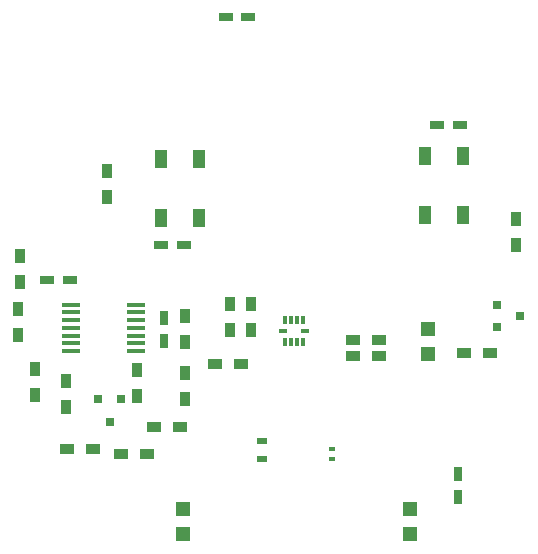
<source format=gbr>
G04 #@! TF.FileFunction,Paste,Top*
%FSLAX46Y46*%
G04 Gerber Fmt 4.6, Leading zero omitted, Abs format (unit mm)*
G04 Created by KiCad (PCBNEW 4.0.2-stable) date 7/7/2016 4:53:19 PM*
%MOMM*%
G01*
G04 APERTURE LIST*
%ADD10C,0.100000*%
%ADD11R,0.750000X1.200000*%
%ADD12R,1.200000X0.750000*%
%ADD13R,1.200000X0.900000*%
%ADD14R,0.600000X0.400000*%
%ADD15R,0.900000X1.200000*%
%ADD16R,0.300000X0.800000*%
%ADD17R,0.800000X0.300000*%
%ADD18R,1.500000X0.300000*%
%ADD19R,1.198880X1.198880*%
%ADD20R,0.900000X0.500000*%
%ADD21R,0.800100X0.800100*%
%ADD22R,1.000000X1.600000*%
G04 APERTURE END LIST*
D10*
D11*
X137287000Y-95062000D03*
X137287000Y-96962000D03*
D12*
X127447000Y-91821000D03*
X129347000Y-91821000D03*
D11*
X162179000Y-110170000D03*
X162179000Y-108270000D03*
D13*
X141648000Y-98933000D03*
X143848000Y-98933000D03*
X138641000Y-104267000D03*
X136441000Y-104267000D03*
X135847000Y-106553000D03*
X133647000Y-106553000D03*
D14*
X151511000Y-106103000D03*
X151511000Y-107003000D03*
D15*
X139065000Y-101938000D03*
X139065000Y-99738000D03*
X139065000Y-94912000D03*
X139065000Y-97112000D03*
X135001000Y-101684000D03*
X135001000Y-99484000D03*
X124968000Y-94277000D03*
X124968000Y-96477000D03*
X126365000Y-99357000D03*
X126365000Y-101557000D03*
X125095000Y-92032000D03*
X125095000Y-89832000D03*
X129032000Y-102573000D03*
X129032000Y-100373000D03*
D13*
X131275000Y-106172000D03*
X129075000Y-106172000D03*
X164930000Y-98044000D03*
X162730000Y-98044000D03*
D16*
X148086000Y-95189000D03*
X147586000Y-95189000D03*
X147586000Y-97089000D03*
X148586000Y-97089000D03*
X149086000Y-95189000D03*
X148586000Y-95189000D03*
X148086000Y-97089000D03*
X149086000Y-97089000D03*
D17*
X147386000Y-96139000D03*
X149286000Y-96139000D03*
D18*
X129457000Y-95885000D03*
X129457000Y-96535000D03*
X129457000Y-97185000D03*
X129457000Y-97835000D03*
X129457000Y-95235000D03*
X129457000Y-94585000D03*
X129457000Y-93935000D03*
X134957000Y-95885000D03*
X134957000Y-95235000D03*
X134957000Y-94585000D03*
X134957000Y-93935000D03*
X134957000Y-96535000D03*
X134957000Y-97185000D03*
X134957000Y-97835000D03*
D19*
X138938000Y-113317020D03*
X138938000Y-111218980D03*
X159639000Y-98077020D03*
X159639000Y-95978980D03*
X158115000Y-113317020D03*
X158115000Y-111218980D03*
D20*
X145605500Y-105485500D03*
X145605500Y-106985500D03*
D12*
X142560000Y-69596000D03*
X144460000Y-69596000D03*
D15*
X142875000Y-96096000D03*
X142875000Y-93896000D03*
X144653000Y-96096000D03*
X144653000Y-93896000D03*
D13*
X153332000Y-98298000D03*
X155532000Y-98298000D03*
X153332000Y-96901000D03*
X155532000Y-96901000D03*
D15*
X132461000Y-82593000D03*
X132461000Y-84793000D03*
X167132000Y-88857000D03*
X167132000Y-86657000D03*
D21*
X165496240Y-93919000D03*
X165496240Y-95819000D03*
X167495220Y-94869000D03*
D12*
X137099000Y-88900000D03*
X138999000Y-88900000D03*
X162367000Y-78740000D03*
X160467000Y-78740000D03*
D22*
X140284000Y-81574000D03*
X137084000Y-81574000D03*
X140284000Y-86574000D03*
X137084000Y-86574000D03*
X159436000Y-86320000D03*
X162636000Y-86320000D03*
X159436000Y-81320000D03*
X162636000Y-81320000D03*
D21*
X133665000Y-101869240D03*
X131765000Y-101869240D03*
X132715000Y-103868220D03*
M02*

</source>
